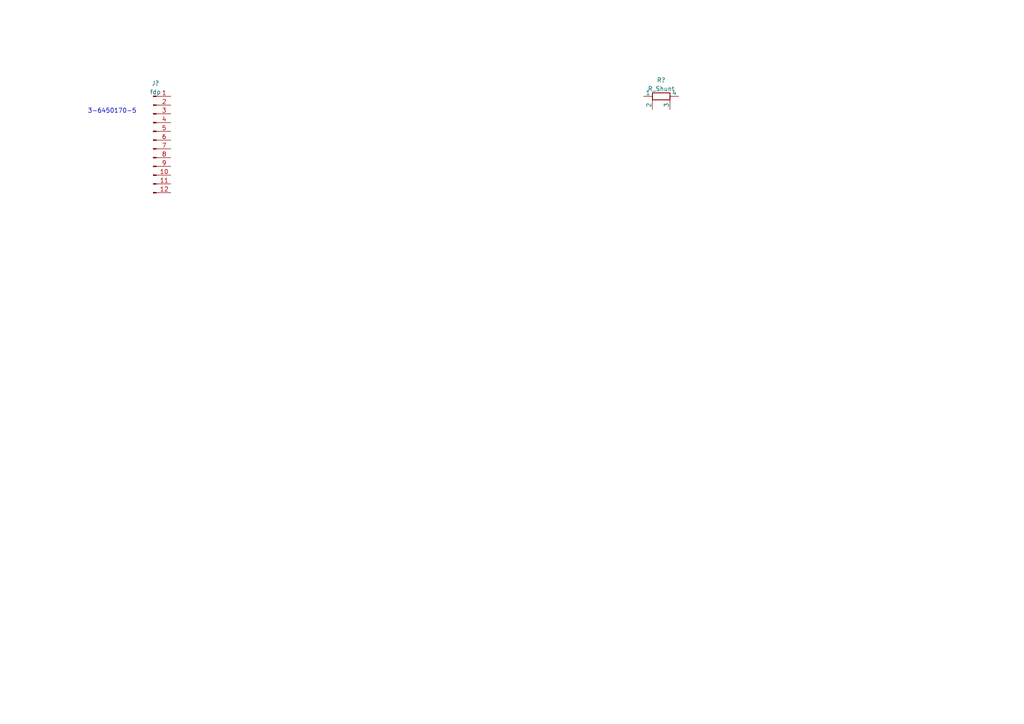
<source format=kicad_sch>
(kicad_sch (version 20211123) (generator eeschema)
  (paper "A4")
  (lib_symbols
    (symbol "Connector:Conn_01x12_Male" (pin_names (offset 1.016) hide)
      (property "Reference" "J" (at 0 15.24 0))
      (property "Value" "Conn_01x12_Male" (at 0 -17.78 0))
      (symbol "Conn_01x12_Male_1_1"
        (polyline (pts (xy 1.27 -15.24) (xy 0.8636 -15.24)) (stroke (width 0.1524)))
        (polyline (pts (xy 1.27 -12.7) (xy 0.8636 -12.7)) (stroke (width 0.1524)))
        (polyline (pts (xy 1.27 -10.16) (xy 0.8636 -10.16)) (stroke (width 0.1524)))
        (polyline (pts (xy 1.27 -7.62) (xy 0.8636 -7.62)) (stroke (width 0.1524)))
        (polyline (pts (xy 1.27 -5.08) (xy 0.8636 -5.08)) (stroke (width 0.1524)))
        (polyline (pts (xy 1.27 -2.54) (xy 0.8636 -2.54)) (stroke (width 0.1524)))
        (polyline (pts (xy 1.27 0) (xy 0.8636 0)) (stroke (width 0.1524)))
        (polyline (pts (xy 1.27 2.54) (xy 0.8636 2.54)) (stroke (width 0.1524)))
        (polyline (pts (xy 1.27 5.08) (xy 0.8636 5.08)) (stroke (width 0.1524)))
        (polyline (pts (xy 1.27 7.62) (xy 0.8636 7.62)) (stroke (width 0.1524)))
        (polyline (pts (xy 1.27 10.16) (xy 0.8636 10.16)) (stroke (width 0.1524)))
        (polyline (pts (xy 1.27 12.7) (xy 0.8636 12.7)) (stroke (width 0.1524)))
        (rectangle (start 0.8636 -15.113) (end 0 -15.367) (stroke (width 0.1524)) (fill (type outline)))
        (rectangle (start 0.8636 -12.573) (end 0 -12.827) (stroke (width 0.1524)) (fill (type outline)))
        (rectangle (start 0.8636 -10.033) (end 0 -10.287) (stroke (width 0.1524)) (fill (type outline)))
        (rectangle (start 0.8636 -7.493) (end 0 -7.747) (stroke (width 0.1524)) (fill (type outline)))
        (rectangle (start 0.8636 -4.953) (end 0 -5.207) (stroke (width 0.1524)) (fill (type outline)))
        (rectangle (start 0.8636 -2.413) (end 0 -2.667) (stroke (width 0.1524)) (fill (type outline)))
        (rectangle (start 0.8636 0.127) (end 0 -0.127) (stroke (width 0.1524)) (fill (type outline)))
        (rectangle (start 0.8636 2.667) (end 0 2.413) (stroke (width 0.1524)) (fill (type outline)))
        (rectangle (start 0.8636 5.207) (end 0 4.953) (stroke (width 0.1524)) (fill (type outline)))
        (rectangle (start 0.8636 7.747) (end 0 7.493) (stroke (width 0.1524)) (fill (type outline)))
        (rectangle (start 0.8636 10.287) (end 0 10.033) (stroke (width 0.1524)) (fill (type outline)))
        (rectangle (start 0.8636 12.827) (end 0 12.573) (stroke (width 0.1524)) (fill (type outline)))
        (pin passive line (at 5.08 12.7 180) (length 3.81) (name "Pin_1") (number "1"))
        (pin passive line (at 5.08 -10.16 180) (length 3.81) (name "Pin_10") (number "10"))
        (pin passive line (at 5.08 -12.7 180) (length 3.81) (name "Pin_11") (number "11"))
        (pin passive line (at 5.08 -15.24 180) (length 3.81) (name "Pin_12") (number "12"))
        (pin passive line (at 5.08 10.16 180) (length 3.81) (name "Pin_2") (number "2"))
        (pin passive line (at 5.08 7.62 180) (length 3.81) (name "Pin_3") (number "3"))
        (pin passive line (at 5.08 5.08 180) (length 3.81) (name "Pin_4") (number "4"))
        (pin passive line (at 5.08 2.54 180) (length 3.81) (name "Pin_5") (number "5"))
        (pin passive line (at 5.08 0 180) (length 3.81) (name "Pin_6") (number "6"))
        (pin passive line (at 5.08 -2.54 180) (length 3.81) (name "Pin_7") (number "7"))
        (pin passive line (at 5.08 -5.08 180) (length 3.81) (name "Pin_8") (number "8"))
        (pin passive line (at 5.08 -7.62 180) (length 3.81) (name "Pin_9") (number "9"))
      )
    )
    (symbol "Device:R_Shunt" (pin_numbers hide) (pin_names (offset 0))
      (property "Reference" "R" (at -4.445 0 90))
      (property "Value" "R_Shunt" (at -2.54 0 90))
      (symbol "R_Shunt_0_1"
        (rectangle (start -1.016 -2.54) (end 1.016 2.54) (stroke (width 0.254)))
        (polyline (pts (xy 0 -2.54) (xy 1.27 -2.54)))
        (polyline (pts (xy 1.27 2.54) (xy 0 2.54)))
      )
      (symbol "R_Shunt_1_1"
        (pin passive line (at 0 5.08 270) (length 2.54) (name "1") (number "1"))
        (pin passive line (at 3.81 2.54 180) (length 2.54) (name "2") (number "2"))
        (pin passive line (at 3.81 -2.54 180) (length 2.54) (name "3") (number "3"))
        (pin passive line (at 0 -5.08 90) (length 2.54) (name "4") (number "4"))
      )
    )
  )
  (text "3-6450170-5" (at 25.4 33.02 0) (effects (font (size 1.27 1.27)) (justify left bottom)))
  (symbol (lib_id "Device:R_Shunt") (at 191.77 27.94 90) (mirror x) (unit 1)
    (property "Reference" "R?" (at 191.77 23.2242 90))
    (property "Value" "R_Shunt" (at 191.77 25.7611 90))
  )
  (symbol (lib_id "Connector:Conn_01x12_Male") (at 44.45 40.64 0) (unit 1)
    (property "Reference" "J?" (at 45.085 24.164 0))
    (property "Value" "fdp" (at 45.085 26.7009 0))
  )
)
</source>
